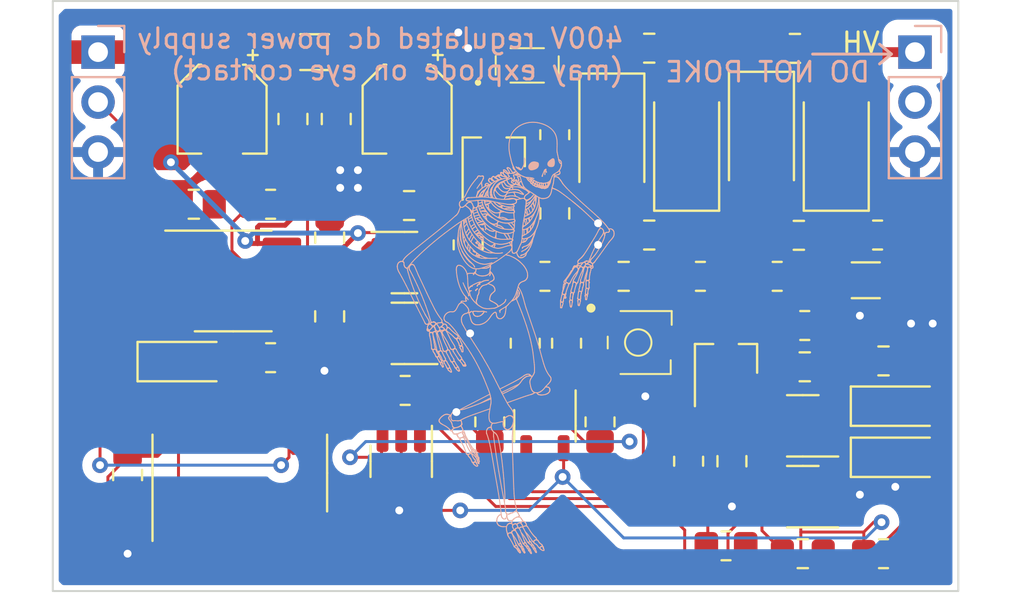
<source format=kicad_pcb>
(kicad_pcb (version 20221018) (generator pcbnew)

  (general
    (thickness 1.6)
  )

  (paper "A4")
  (layers
    (0 "F.Cu" signal)
    (31 "B.Cu" signal)
    (32 "B.Adhes" user "B.Adhesive")
    (33 "F.Adhes" user "F.Adhesive")
    (34 "B.Paste" user)
    (35 "F.Paste" user)
    (36 "B.SilkS" user "B.Silkscreen")
    (37 "F.SilkS" user "F.Silkscreen")
    (38 "B.Mask" user)
    (39 "F.Mask" user)
    (40 "Dwgs.User" user "User.Drawings")
    (41 "Cmts.User" user "User.Comments")
    (42 "Eco1.User" user "User.Eco1")
    (43 "Eco2.User" user "User.Eco2")
    (44 "Edge.Cuts" user)
    (45 "Margin" user)
    (46 "B.CrtYd" user "B.Courtyard")
    (47 "F.CrtYd" user "F.Courtyard")
    (48 "B.Fab" user)
    (49 "F.Fab" user)
    (50 "User.1" user)
    (51 "User.2" user)
    (52 "User.3" user)
    (53 "User.4" user)
    (54 "User.5" user)
    (55 "User.6" user)
    (56 "User.7" user)
    (57 "User.8" user)
    (58 "User.9" user)
  )

  (setup
    (stackup
      (layer "F.SilkS" (type "Top Silk Screen"))
      (layer "F.Paste" (type "Top Solder Paste"))
      (layer "F.Mask" (type "Top Solder Mask") (thickness 0.01))
      (layer "F.Cu" (type "copper") (thickness 0.035))
      (layer "dielectric 1" (type "core") (thickness 1.51) (material "FR4") (epsilon_r 4.5) (loss_tangent 0.02))
      (layer "B.Cu" (type "copper") (thickness 0.035))
      (layer "B.Mask" (type "Bottom Solder Mask") (thickness 0.01))
      (layer "B.Paste" (type "Bottom Solder Paste"))
      (layer "B.SilkS" (type "Bottom Silk Screen"))
      (copper_finish "None")
      (dielectric_constraints no)
    )
    (pad_to_mask_clearance 0)
    (pcbplotparams
      (layerselection 0x00010fc_ffffffff)
      (plot_on_all_layers_selection 0x0000000_00000000)
      (disableapertmacros false)
      (usegerberextensions false)
      (usegerberattributes true)
      (usegerberadvancedattributes true)
      (creategerberjobfile true)
      (dashed_line_dash_ratio 12.000000)
      (dashed_line_gap_ratio 3.000000)
      (svgprecision 4)
      (plotframeref false)
      (viasonmask false)
      (mode 1)
      (useauxorigin false)
      (hpglpennumber 1)
      (hpglpenspeed 20)
      (hpglpendiameter 15.000000)
      (dxfpolygonmode true)
      (dxfimperialunits true)
      (dxfusepcbnewfont true)
      (psnegative false)
      (psa4output false)
      (plotreference true)
      (plotvalue true)
      (plotinvisibletext false)
      (sketchpadsonfab false)
      (subtractmaskfromsilk false)
      (outputformat 1)
      (mirror false)
      (drillshape 1)
      (scaleselection 1)
      (outputdirectory "")
    )
  )

  (net 0 "")
  (net 1 "VCC")
  (net 2 "GND")
  (net 3 "/VPR")
  (net 4 "Net-(C5-Pad1)")
  (net 5 "VPP")
  (net 6 "/VTR_SEC")
  (net 7 "/GATE")
  (net 8 "Net-(D2-K)")
  (net 9 "/VFEED")
  (net 10 "Net-(D3-K)")
  (net 11 "Net-(D1-K)")
  (net 12 "Net-(C9-Pad1)")
  (net 13 "/VERR")
  (net 14 "Net-(D4-K)")
  (net 15 "/ENABLE")
  (net 16 "unconnected-(J2-Pin_2-Pad2)")
  (net 17 "/RFEED_H")
  (net 18 "Net-(Q2-B)")
  (net 19 "Net-(Q2-E)")
  (net 20 "/SR_Q")
  (net 21 "/EN_LINE")
  (net 22 "/SR_R")
  (net 23 "/SR_NQ")
  (net 24 "/SR_S")
  (net 25 "Net-(U6-+)")
  (net 26 "Net-(U5-CV)")
  (net 27 "Net-(U7-+)")
  (net 28 "Net-(D5-K)")
  (net 29 "Net-(C19-Pad1)")
  (net 30 "Net-(D6-K)")
  (net 31 "Net-(D6-A)")
  (net 32 "Net-(D7-K)")
  (net 33 "/MOS_D")
  (net 34 "Net-(U1-+)")
  (net 35 "Net-(U1--)")
  (net 36 "Net-(U2-+)")
  (net 37 "Net-(U3-Pad10)")

  (footprint "Capacitor_SMD:C_0805_2012Metric_Pad1.18x1.45mm_HandSolder" (layer "F.Cu") (at 159.1 38.7 180))

  (footprint "Resistor_SMD:R_0805_2012Metric_Pad1.20x1.40mm_HandSolder" (layer "F.Cu") (at 140.9 37.8 -90))

  (footprint "Resistor_SMD:R_0805_2012Metric_Pad1.20x1.40mm_HandSolder" (layer "F.Cu") (at 149.8 34.4 180))

  (footprint "Package_TO_SOT_SMD:SOT-23-5" (layer "F.Cu") (at 134.6 43.8 -90))

  (footprint "Resistor_SMD:R_0805_2012Metric_Pad1.20x1.40mm_HandSolder" (layer "F.Cu") (at 144.7 41.8 90))

  (footprint "Capacitor_SMD:C_0805_2012Metric_Pad1.18x1.45mm_HandSolder" (layer "F.Cu") (at 120.7 44.5 -90))

  (footprint "Capacitor_SMD:C_0805_2012Metric_Pad1.18x1.45mm_HandSolder" (layer "F.Cu") (at 130.965 36.435 -90))

  (footprint "Package_SO:SOIC-8_3.9x4.9mm_P1.27mm" (layer "F.Cu") (at 126.065 34.635))

  (footprint "Capacitor_SMD:C_0805_2012Metric_Pad1.18x1.45mm_HandSolder" (layer "F.Cu") (at 154.6 22.81))

  (footprint "Package_TO_SOT_SMD:SOT-23_Handsoldering" (layer "F.Cu") (at 151.1 38.6 90))

  (footprint "Diode_SMD:D_SOD-123" (layer "F.Cu") (at 159.8 41))

  (footprint "Diode_SMD:D_SMA" (layer "F.Cu") (at 149.1 27.555 90))

  (footprint "Resistor_SMD:R_0805_2012Metric_Pad1.20x1.40mm_HandSolder" (layer "F.Cu") (at 134.8 40.2))

  (footprint "Resistor_SMD:R_0805_2012Metric_Pad1.20x1.40mm_HandSolder" (layer "F.Cu") (at 159.1 48.5))

  (footprint "Resistor_SMD:R_0805_2012Metric_Pad1.20x1.40mm_HandSolder" (layer "F.Cu") (at 158.8 32.3))

  (footprint "lcsc_misc:VG039NCHXTB222" (layer "F.Cu") (at 149.340139 37.815139 -90))

  (footprint "Resistor_SMD:R_1206_3216Metric_Pad1.30x1.75mm_HandSolder" (layer "F.Cu") (at 130.2 23))

  (footprint "Capacitor_SMD:C_0805_2012Metric_Pad1.18x1.45mm_HandSolder" (layer "F.Cu") (at 129.1 26.4 -90))

  (footprint "Resistor_SMD:R_0805_2012Metric_Pad1.20x1.40mm_HandSolder" (layer "F.Cu") (at 149.2 43.8 90))

  (footprint "Diode_SMD:D_SOD-123" (layer "F.Cu") (at 159.8 43.6))

  (footprint "Resistor_SMD:R_0805_2012Metric_Pad1.20x1.40mm_HandSolder" (layer "F.Cu") (at 143 37.8 -90))

  (footprint "Package_SO:SOIC-14_3.9x8.7mm_P1.27mm" (layer "F.Cu") (at 126.4 44.4 90))

  (footprint "Diode_SMD:D_SOD-123" (layer "F.Cu") (at 123.565 38.735))

  (footprint "Resistor_SMD:R_0805_2012Metric_Pad1.20x1.40mm_HandSolder" (layer "F.Cu") (at 151.1 48.1))

  (footprint "Capacitor_SMD:C_0805_2012Metric_Pad1.18x1.45mm_HandSolder" (layer "F.Cu") (at 151.4 43.8 -90))

  (footprint "Package_TO_SOT_SMD:SOT-23" (layer "F.Cu") (at 134.7625 33.7))

  (footprint "Package_TO_SOT_SMD:SOT-23" (layer "F.Cu") (at 134.7625 37.3 180))

  (footprint "Diode_SMD:D_SMA" (layer "F.Cu") (at 145.3 27.6 -90))

  (footprint "lcsc_misc:ATB322524-0110-T000" (layer "F.Cu") (at 141 23.7))

  (footprint "Capacitor_SMD:C_1206_3216Metric_Pad1.33x1.80mm_HandSolder" (layer "F.Cu") (at 158.2 34.6 180))

  (footprint "Capacitor_SMD:C_0805_2012Metric_Pad1.18x1.45mm_HandSolder" (layer "F.Cu") (at 147.2 32.3))

  (footprint "Capacitor_SMD:C_0805_2012Metric_Pad1.18x1.45mm_HandSolder" (layer "F.Cu") (at 147.2 22.8))

  (footprint "Capacitor_SMD:C_0805_2012Metric_Pad1.18x1.45mm_HandSolder" (layer "F.Cu") (at 155 48.5))

  (footprint "Capacitor_SMD:C_0805_2012Metric_Pad1.18x1.45mm_HandSolder" (layer "F.Cu") (at 154.8 32.315))

  (footprint "Diode_SMD:D_SMA" (layer "F.Cu") (at 156.7 27.555 90))

  (footprint "Capacitor_SMD:CP_Elec_4x5.4" (layer "F.Cu") (at 125.5 25.9 -90))

  (footprint "Capacitor_SMD:C_0805_2012Metric_Pad1.18x1.45mm_HandSolder" (layer "F.Cu") (at 142.4 31.2 -90))

  (footprint "Capacitor_SMD:C_0805_2012Metric_Pad1.18x1.45mm_HandSolder" (layer "F.Cu") (at 145.9 34.4 180))

  (footprint "Resistor_SMD:R_0805_2012Metric_Pad1.20x1.40mm_HandSolder" (layer "F.Cu") (at 139.1 41.8 90))

  (footprint "Resistor_SMD:R_0805_2012Metric_Pad1.20x1.40mm_HandSolder" (layer "F.Cu") (at 155.1 36.9))

  (footprint "Resistor_SMD:R_0805_2012Metric_Pad1.20x1.40mm_HandSolder" (layer "F.Cu") (at 141.9 34.4))

  (footprint "Diode_SMD:D_SMA" (layer "F.Cu") (at 152.9 27.51 -90))

  (footprint "Resistor_SMD:R_0805_2012Metric_Pad1.20x1.40mm_HandSolder" (layer "F.Cu") (at 138 32.8 90))

  (footprint "Resistor_SMD:R_0805_2012Metric_Pad1.20x1.40mm_HandSolder" (layer "F.Cu") (at 127.965 38.535))

  (footprint "Capacitor_SMD:CP_Elec_4x5.4" (layer "F.Cu") (at 134.9 25.9 -90))

  (footprint "Resistor_SMD:R_0805_2012Metric_Pad1.20x1.40mm_HandSolder" (layer "F.Cu") (at 142.4 27.2 -90))

  (footprint "Capacitor_SMD:C_0805_2012Metric_Pad1.18x1.45mm_HandSolder" (layer "F.Cu") (at 155.1 39))

  (footprint "Capacitor_SMD:C_0805_2012Metric_Pad1.18x1.45mm_HandSolder" (layer "F.Cu") (at 131.3 26.4 -90))

  (footprint "Capacitor_SMD:C_0805_2012Metric_Pad1.18x1.45mm_HandSolder" (layer "F.Cu") (at 124.065 30.735 180))

  (footprint "Capacitor_SMD:C_0805_2012Metric_Pad1.18x1.45mm_HandSolder" (layer "F.Cu") (at 135 30.8 180))

  (footprint "Resistor_SMD:R_0805_2012Metric_Pad1.20x1.40mm_HandSolder" (layer "F.Cu") (at 153.7 34.4 180))

  (footprint "Package_TO_SOT_SMD:SOT-23-5" (layer "F.Cu")
    (tstamp eced9a68-4070-4a19-b0a8-156c0f9ebbf4)
    (at 141.9 42 -90)
    (descr "SOT, 5 Pin (https://www.jedec.org/sites/default/files/docs/Mo-178c.PDF variant AA), generated with kicad-footprint-generator ipc_gullwing_generator.py")
    (tags "SOT TO_SOT_SMD")
    (property "Sheetfile" "geiger_counter.kicad_sch")
    (property "Sheetname" "")
    (property "ki_description" "Single Single-Supply, Rail-to-Rail Operational Amplifier, MicroAmplifier Series, SOT-23-5")
    (property "ki_keywords" "single opamp")
    (path "/18f0d3ef-83a8-4c8f-be19-0412ab57e1c8")
    (attr smd)
    (fp_text reference "U1" (at 0 -2.4 90) (layer "F.SilkS") hide
        (effects (font (size 1 1) (thickness 0.15)))
      (tstamp a9480cfd-7223-482d-8e47-110e6ebab250)
    )
    (fp_text value "OPA340NA" (at 0 2.4 90) (layer "F.Fab")
        (effects (font (size 1 1) (thickness 0.15)))
      (tstamp 98871141-0a9e-40a2-84ed-4ccbe9bc7182)
    )
    (fp_text user "${REFERENCE}" (at 0 0 90) (layer "F.Fab")
        (effects (font (size 0.4 0.4) (thickness 0.06)))
      (tstamp d6dc70b5-699c-4962-9850-18d83ea882ef)
    )
    (fp_line (start 0 -1.56) (end -1.8 -1.56)
      (stroke (width 0.
... [6495246 chars truncated]
</source>
